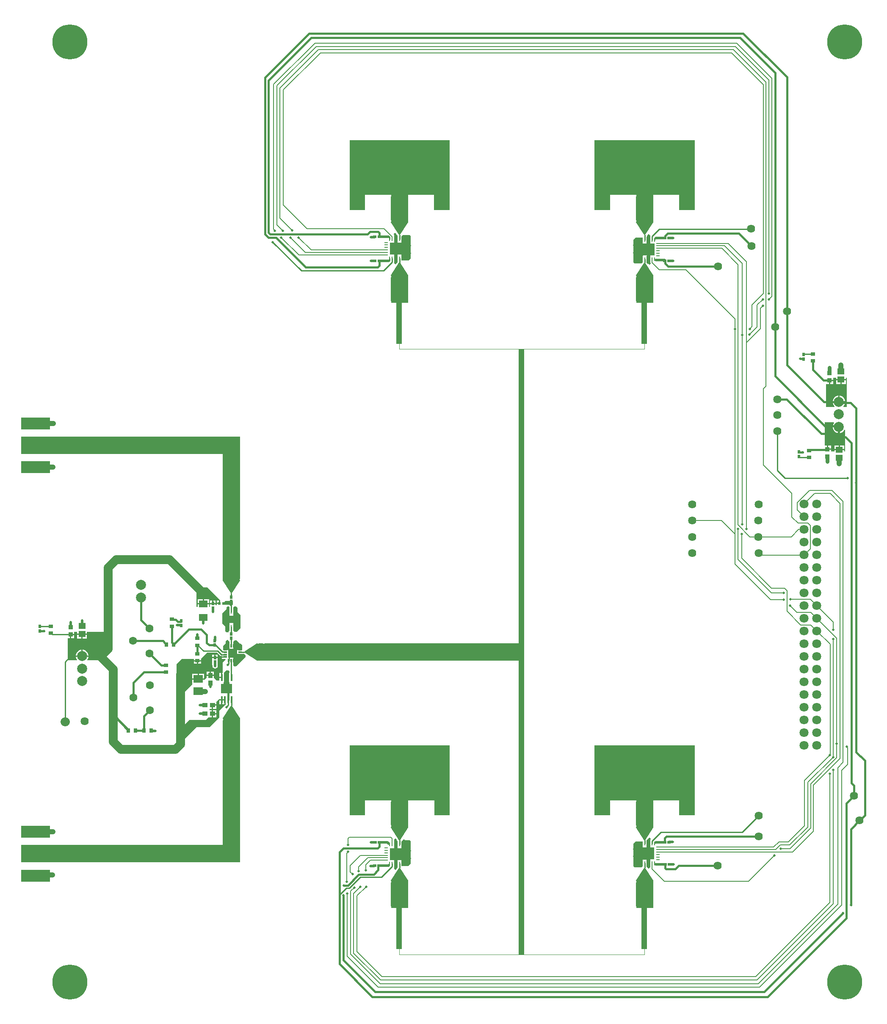
<source format=gtl>
G04*
G04 #@! TF.GenerationSoftware,Altium Limited,Altium Designer,23.2.1 (34)*
G04*
G04 Layer_Physical_Order=1*
G04 Layer_Color=255*
%FSLAX25Y25*%
%MOIN*%
G70*
G04*
G04 #@! TF.SameCoordinates,CA660C8E-C53F-4193-A26E-31EAB45B7BEE*
G04*
G04*
G04 #@! TF.FilePolarity,Positive*
G04*
G01*
G75*
%ADD12C,0.01000*%
%ADD15R,0.13610X0.01575*%
%ADD16R,0.03291X0.13610*%
%ADD17R,0.03543X0.02756*%
%ADD18R,0.01968X0.02756*%
%ADD19R,0.13610X0.01992*%
%ADD20R,0.09646X0.09646*%
%ADD21R,0.03150X0.00984*%
%ADD22R,0.00984X0.03150*%
%ADD23R,0.02598X0.02441*%
%ADD24R,0.13610X0.01968*%
%ADD25R,0.01100X0.01000*%
%ADD26R,0.01968X0.13610*%
%ADD27R,0.01000X0.01100*%
%ADD28R,0.05733X0.04940*%
%ADD29R,0.03591X0.03772*%
%ADD30R,0.23000X0.09000*%
%ADD31R,0.23000X0.09500*%
%ADD32R,0.02441X0.02598*%
%ADD33R,0.02756X0.03543*%
%ADD34R,0.01772X0.05315*%
%ADD35R,0.08898X0.07205*%
%ADD36R,0.05709X0.05709*%
%ADD37R,0.02559X0.00984*%
%ADD38R,0.00984X0.02559*%
%ADD39R,0.01181X0.02953*%
%ADD40R,0.02953X0.01181*%
%ADD41R,0.06890X0.06890*%
%ADD42R,0.07087X0.05315*%
%ADD43R,0.07284X0.06496*%
%ADD44R,0.03740X0.03937*%
%ADD45R,0.03937X0.03740*%
%ADD46R,0.02423X0.02254*%
%ADD77C,0.01500*%
%ADD78C,0.00700*%
%ADD79C,0.02000*%
%ADD80C,0.01100*%
%ADD81C,0.04000*%
%ADD82C,0.07000*%
%ADD83C,0.03000*%
%ADD84C,0.27559*%
%ADD85C,0.07087*%
%ADD86C,0.06400*%
%ADD87C,0.07874*%
%ADD88C,0.06299*%
%ADD89C,0.01968*%
G36*
X721768Y667679D02*
X709621D01*
Y679545D01*
X655174D01*
Y667679D01*
X643027D01*
Y722797D01*
X721768D01*
Y667679D01*
D02*
G37*
G36*
X528854D02*
X516708D01*
Y679545D01*
X462261D01*
Y667679D01*
X450114D01*
Y722797D01*
X528854D01*
Y667679D01*
D02*
G37*
G36*
X689171Y660078D02*
X688817Y659724D01*
X675956Y659724D01*
X675602Y660078D01*
X675603Y678504D01*
X689171D01*
X689171Y660078D01*
D02*
G37*
G36*
X496257D02*
X495904Y659724D01*
X483042Y659724D01*
X482689Y660078D01*
X482690Y678504D01*
X496257D01*
X496257Y660078D01*
D02*
G37*
G36*
X689190Y658130D02*
X682934Y648287D01*
X681839D01*
X675583Y658130D01*
Y658327D01*
X689190D01*
Y658130D01*
D02*
G37*
G36*
X496276D02*
X490020Y648287D01*
X488925D01*
X482669Y658130D01*
Y658327D01*
X496276D01*
Y658130D01*
D02*
G37*
G36*
X686878Y647583D02*
Y646735D01*
X686865D01*
Y641585D01*
X686878D01*
Y640988D01*
X684401D01*
X683943Y641488D01*
X683943Y641585D01*
X683943Y641973D01*
Y646735D01*
X683943Y646735D01*
X683943D01*
X683943Y646735D01*
X684102Y647169D01*
X685008Y648075D01*
X686386D01*
X686878Y647583D01*
D02*
G37*
G36*
X487922Y647684D02*
Y646591D01*
X487992D01*
Y642678D01*
X487992Y642268D01*
X487992Y641768D01*
X487989Y641693D01*
X485055D01*
Y642268D01*
X485071D01*
Y647417D01*
X485055D01*
Y648189D01*
X485547Y648681D01*
X486925D01*
X487922Y647684D01*
D02*
G37*
G36*
X498343Y647205D02*
Y629783D01*
X496571Y628012D01*
X490976D01*
Y632260D01*
X490976D01*
X490862Y632441D01*
Y632835D01*
X490862D01*
Y641693D01*
X490862D01*
Y641768D01*
X490976Y642268D01*
X490976Y642268D01*
Y646591D01*
X491022D01*
Y647168D01*
X491945Y648091D01*
X497457D01*
X498343Y647205D01*
D02*
G37*
G36*
X487841Y632697D02*
X487992Y632260D01*
X487992Y632260D01*
X487992Y632260D01*
Y627910D01*
X487922D01*
Y626844D01*
X486925Y625846D01*
X485547D01*
X485055Y626339D01*
Y627110D01*
X485071D01*
Y632260D01*
X485055D01*
Y632835D01*
X487751D01*
X487841Y632697D01*
D02*
G37*
G36*
X680959Y641585D02*
X680959D01*
X681071Y641480D01*
Y640988D01*
X681071D01*
Y632119D01*
X681071D01*
Y632077D01*
X680959Y631577D01*
X680959D01*
Y627879D01*
X680837D01*
Y626679D01*
X679989Y625831D01*
X674477D01*
X673591Y626717D01*
Y644138D01*
X675363Y645910D01*
X680959D01*
Y641585D01*
D02*
G37*
G36*
X686878Y631577D02*
X686865D01*
Y626428D01*
X686878D01*
Y625732D01*
X686386Y625240D01*
X685008D01*
X684275Y625974D01*
X683943Y626495D01*
Y631577D01*
X683943Y631577D01*
X683943Y631577D01*
X684104Y632011D01*
X684182Y632130D01*
X686878D01*
Y631577D01*
D02*
G37*
G36*
X496276Y616370D02*
Y616173D01*
X482669D01*
Y616370D01*
X488925Y626213D01*
X490020D01*
X496276Y616370D01*
D02*
G37*
G36*
X689190Y616340D02*
Y616143D01*
X675584D01*
Y616340D01*
X681840Y626183D01*
X682934D01*
X689190Y616340D01*
D02*
G37*
G36*
X689171Y596298D02*
X688817Y595945D01*
X675956Y595945D01*
X675602Y596298D01*
X675603Y614724D01*
X689171D01*
X689171Y596298D01*
D02*
G37*
G36*
X496257D02*
X495904Y595945D01*
X483042Y595945D01*
X482689Y596298D01*
X482690Y614724D01*
X496257D01*
X496257Y596298D01*
D02*
G37*
G36*
X684120Y562484D02*
X682594D01*
Y557882D01*
X587663D01*
Y81799D01*
X682183D01*
Y85990D01*
X679829D01*
Y118349D01*
X684120D01*
Y85990D01*
X682594D01*
Y81387D01*
X489269D01*
Y85990D01*
X486916D01*
Y118349D01*
X491207D01*
Y85990D01*
X489681D01*
Y81799D01*
X583373D01*
Y313035D01*
X383362D01*
Y326646D01*
X583373D01*
Y557882D01*
X489269D01*
Y562484D01*
X486916D01*
Y594846D01*
X491207D01*
Y562484D01*
X489681D01*
Y558295D01*
X682183D01*
Y562484D01*
X679829D01*
Y594846D01*
X684120D01*
Y562484D01*
D02*
G37*
G36*
X841472Y512602D02*
X838925D01*
X838718Y513102D01*
X839321Y513705D01*
X839971Y514831D01*
X840307Y516086D01*
Y516236D01*
X835370D01*
X830433D01*
Y516086D01*
X830770Y514831D01*
X831419Y513705D01*
X832022Y513102D01*
X831815Y512602D01*
X825331D01*
Y530716D01*
X827523D01*
Y533602D01*
X828023D01*
Y534102D01*
X830818D01*
Y535634D01*
X833066D01*
Y534706D01*
X836933D01*
X840800D01*
Y535634D01*
X841472D01*
Y512602D01*
D02*
G37*
G36*
X831470Y500133D02*
X831419Y500083D01*
X830770Y498957D01*
X830433Y497701D01*
Y497551D01*
X835370D01*
Y497051D01*
X835870D01*
Y492114D01*
X836020D01*
X837276Y492451D01*
X838402Y493101D01*
X839321Y494020D01*
X839693Y494665D01*
X840193Y494531D01*
Y477563D01*
X839532D01*
Y478539D01*
X835665D01*
X831799D01*
Y477563D01*
X829111D01*
Y478941D01*
X826315D01*
Y479441D01*
X825815D01*
Y482327D01*
X824051D01*
Y500595D01*
X831278D01*
X831470Y500133D01*
D02*
G37*
G36*
X363819Y377465D02*
X350209D01*
Y475724D01*
X191571D01*
Y489335D01*
X363819D01*
Y377465D01*
D02*
G37*
G36*
X363811Y376070D02*
X357555Y366228D01*
X356461D01*
X350205Y376070D01*
Y376267D01*
X363811D01*
Y376070D01*
D02*
G37*
G36*
X348219Y360720D02*
X348133Y360513D01*
Y358131D01*
X347633D01*
Y357631D01*
X345422D01*
Y356531D01*
X344628D01*
Y357463D01*
X340187D01*
Y355410D01*
X340096Y355319D01*
X339551D01*
Y357344D01*
X330465D01*
Y355319D01*
X329957D01*
X329608Y355668D01*
Y366531D01*
X333808Y370731D01*
X338208D01*
X348219Y360720D01*
D02*
G37*
G36*
X358208Y357431D02*
X357508Y356731D01*
Y355931D01*
X356970Y355393D01*
X356508Y355584D01*
Y355933D01*
X355449Y356992D01*
X351847D01*
X351508Y357331D01*
Y359154D01*
X352299Y359945D01*
X358208D01*
Y357431D01*
D02*
G37*
G36*
X362043Y354532D02*
Y351284D01*
X364307Y349020D01*
Y338784D01*
X361059Y335535D01*
X359681D01*
X359228Y335988D01*
Y336362D01*
X358854D01*
X358598Y336618D01*
Y342819D01*
X355547D01*
Y341965D01*
X355511D01*
Y337406D01*
X355547D01*
Y336520D01*
X355390Y336362D01*
X354787D01*
Y335760D01*
X354465Y335437D01*
X353087D01*
X352201Y336323D01*
Y339866D01*
X349839Y342228D01*
Y350102D01*
X353284Y353547D01*
Y355024D01*
X354071Y355811D01*
X355188D01*
X355506Y355492D01*
X355547Y355288D01*
Y353776D01*
X355511D01*
Y349217D01*
X355547D01*
Y348528D01*
X358500D01*
Y355122D01*
X359189Y355811D01*
X360764D01*
X362043Y354532D01*
D02*
G37*
G36*
X258500Y313291D02*
X243835D01*
X243578Y313791D01*
X244108Y314710D01*
X244445Y315966D01*
Y316116D01*
X239508D01*
X234571D01*
Y315966D01*
X234907Y314710D01*
X235438Y313791D01*
X235180Y313291D01*
X228284D01*
Y330771D01*
X229949D01*
Y333658D01*
X230449D01*
Y334157D01*
X233244D01*
Y335831D01*
X235637D01*
Y334458D01*
X239504D01*
X243371D01*
Y335831D01*
X258500D01*
Y313291D01*
D02*
G37*
G36*
X348708Y316631D02*
X349605D01*
Y316245D01*
X352081D01*
Y315367D01*
X349605D01*
Y314276D01*
X352300D01*
X352491Y313814D01*
X350308Y311631D01*
Y303379D01*
X349920D01*
Y299722D01*
X349420D01*
Y299222D01*
X347534D01*
Y297231D01*
X345608D01*
X343337Y299501D01*
Y300911D01*
X337597D01*
Y299520D01*
X336024Y297947D01*
X335758Y298057D01*
X326278D01*
Y294401D01*
X319008Y287131D01*
X314008Y292131D01*
Y310331D01*
X318008Y314331D01*
X327517D01*
Y313413D01*
X333061D01*
Y314383D01*
X338008Y319331D01*
X346008D01*
X348708Y316631D01*
D02*
G37*
G36*
X377533Y312999D02*
X377336D01*
X367494Y319255D01*
Y320350D01*
X377336Y326606D01*
X377533D01*
Y312999D01*
D02*
G37*
G36*
X381782Y313039D02*
X379300Y312998D01*
X378554D01*
X378553Y312999D01*
Y326606D01*
X378566Y326622D01*
X380501Y326647D01*
X381782D01*
Y313039D01*
D02*
G37*
G36*
X354787Y328815D02*
Y328299D01*
X355303D01*
X355547Y328055D01*
Y327201D01*
X355412D01*
Y322249D01*
X355547D01*
Y322248D01*
X358402D01*
Y322249D01*
X358593D01*
Y327201D01*
X358402D01*
Y327858D01*
X358842Y328299D01*
X359228D01*
Y328685D01*
X359681Y329138D01*
X360961D01*
X363717Y326382D01*
X364405D01*
X365488Y325299D01*
Y321394D01*
X361416D01*
Y318213D01*
X366369D01*
Y318252D01*
X367122D01*
X368244Y317130D01*
Y315949D01*
X360961Y308665D01*
X358992D01*
X358402Y309256D01*
Y310438D01*
X358593D01*
Y315390D01*
X358402D01*
Y315457D01*
X354563D01*
X354563Y320897D01*
X354563Y321165D01*
X354558Y321394D01*
X354158Y321394D01*
X350626D01*
Y324807D01*
X352594Y326776D01*
Y328449D01*
X353382Y329236D01*
X354366D01*
X354787Y328815D01*
D02*
G37*
G36*
X355449Y304827D02*
Y303379D01*
X355211D01*
Y296064D01*
X355449D01*
Y294394D01*
X351020D01*
Y296064D01*
X351306D01*
Y303271D01*
X351327Y303379D01*
Y303855D01*
X352988Y305516D01*
X354760D01*
X355449Y304827D01*
D02*
G37*
G36*
X363911Y267591D02*
Y267394D01*
X350305D01*
Y267591D01*
X356561Y277434D01*
X357655D01*
X363911Y267591D01*
D02*
G37*
G36*
X347534Y282702D02*
X349420D01*
Y282202D01*
X349920D01*
Y278545D01*
X351479D01*
Y282202D01*
X352479D01*
Y278545D01*
X352622D01*
X352408Y278331D01*
X352165Y278088D01*
X351984Y278013D01*
X351426Y277455D01*
X351351Y277274D01*
X347673Y273596D01*
Y268409D01*
X339995Y260731D01*
X329808D01*
X319008Y249931D01*
Y261331D01*
X324008Y266331D01*
X337008D01*
X339038Y268361D01*
X341661D01*
Y271231D01*
Y274101D01*
X340008D01*
Y275161D01*
X341661D01*
Y278031D01*
X342161D01*
Y278531D01*
X345129D01*
Y280534D01*
X347534Y282939D01*
Y282702D01*
D02*
G37*
G36*
X528862Y191250D02*
X516716D01*
Y203116D01*
X462268D01*
Y191250D01*
X450122D01*
Y246368D01*
X528862D01*
Y191250D01*
D02*
G37*
G36*
X721776Y191250D02*
X709629D01*
Y203116D01*
X655182D01*
Y191250D01*
X643035D01*
Y246368D01*
X721776D01*
Y191250D01*
D02*
G37*
G36*
X496264Y183649D02*
X495911Y183295D01*
X483050Y183295D01*
X482696Y183649D01*
X482697Y202075D01*
X496264D01*
X496264Y183649D01*
D02*
G37*
G36*
X689179Y183649D02*
X688825Y183295D01*
X675964Y183295D01*
X675610Y183649D01*
X675611Y202075D01*
X689178D01*
X689179Y183649D01*
D02*
G37*
G36*
X496282Y181701D02*
X490026Y171858D01*
X488932D01*
X482676Y181701D01*
Y181898D01*
X496282D01*
Y181701D01*
D02*
G37*
G36*
X689197Y181701D02*
X682942Y171858D01*
X681847D01*
X675591Y181701D01*
Y181898D01*
X689197D01*
Y181701D01*
D02*
G37*
G36*
X686835Y172252D02*
Y171542D01*
X686831D01*
Y166393D01*
X686835D01*
Y165756D01*
X684138D01*
X684020Y165938D01*
X683909Y166393D01*
X683910Y166393D01*
X683909Y166393D01*
Y170161D01*
X683944D01*
Y171535D01*
X684273Y172053D01*
X684965Y172744D01*
X686342D01*
X686835Y172252D01*
D02*
G37*
G36*
X487929Y171158D02*
Y170161D01*
X488000D01*
Y165839D01*
X488000Y165839D01*
X488000Y165839D01*
X487849Y165401D01*
X487759Y165264D01*
X485063D01*
Y165839D01*
X485079D01*
Y170988D01*
X485063D01*
Y171661D01*
X485555Y172153D01*
X486933D01*
X487929Y171158D01*
D02*
G37*
G36*
X363913Y154276D02*
X191571D01*
Y167886D01*
X350303D01*
Y266146D01*
X363913D01*
Y154276D01*
D02*
G37*
G36*
X498350Y170677D02*
Y153256D01*
X496579Y151484D01*
X490984D01*
Y155831D01*
X490984D01*
X490870Y155913D01*
Y156405D01*
X490870D01*
Y165275D01*
X490870D01*
Y165339D01*
X490984Y165839D01*
X490984D01*
Y170161D01*
X491029D01*
Y170639D01*
X491953Y171563D01*
X497465D01*
X498350Y170677D01*
D02*
G37*
G36*
X680844Y170161D02*
X680925D01*
Y166393D01*
X680925D01*
X681028Y166150D01*
Y165756D01*
X681028D01*
Y156996D01*
X686835D01*
Y156385D01*
X686831D01*
Y151235D01*
X686835D01*
Y150402D01*
X686342Y149909D01*
X684965D01*
X683943Y150932D01*
Y151480D01*
X683909D01*
Y156385D01*
X683882D01*
Y156405D01*
X681028D01*
Y156385D01*
X680925D01*
Y151480D01*
X680925Y151480D01*
X680842D01*
Y151398D01*
X679945Y150500D01*
X674433D01*
X673547Y151386D01*
Y168807D01*
X675319Y170579D01*
X680844D01*
Y170161D01*
D02*
G37*
G36*
X488000Y156331D02*
X488000Y155831D01*
X488000Y155420D01*
Y151479D01*
X487929D01*
Y150315D01*
X486933Y149319D01*
X485555D01*
X485063Y149811D01*
Y150681D01*
X485079D01*
Y155831D01*
X485063D01*
Y156405D01*
X487997D01*
X488000Y156331D01*
D02*
G37*
G36*
X689196Y139941D02*
Y139744D01*
X675589D01*
Y139941D01*
X681845Y149784D01*
X682940D01*
X689196Y139941D01*
D02*
G37*
G36*
X496282Y139939D02*
Y139743D01*
X482676D01*
Y139939D01*
X488932Y149782D01*
X490026D01*
X496282Y139939D01*
D02*
G37*
G36*
X689164Y119869D02*
X688811Y119515D01*
X675950Y119515D01*
X675596Y119869D01*
X675597Y138294D01*
X689164D01*
X689164Y119869D01*
D02*
G37*
G36*
X496264D02*
X495911Y119515D01*
X483050Y119515D01*
X482696Y119869D01*
X482697Y138294D01*
X496264D01*
X496264Y119869D01*
D02*
G37*
%LPC*%
G36*
X840800Y533706D02*
X837433D01*
Y530736D01*
X840800D01*
Y533706D01*
D02*
G37*
G36*
X836433D02*
X833066D01*
Y530736D01*
X836433D01*
Y533706D01*
D02*
G37*
G36*
X830818Y533102D02*
X828523D01*
Y530716D01*
X830818D01*
Y533102D01*
D02*
G37*
G36*
X836020Y521673D02*
X835870D01*
Y517236D01*
X840307D01*
Y517386D01*
X839971Y518642D01*
X839321Y519768D01*
X838402Y520687D01*
X837276Y521337D01*
X836020Y521673D01*
D02*
G37*
G36*
X834870D02*
X834720D01*
X833465Y521337D01*
X832339Y520687D01*
X831419Y519768D01*
X830770Y518642D01*
X830433Y517386D01*
Y517236D01*
X834870D01*
Y521673D01*
D02*
G37*
G36*
Y496551D02*
X830433D01*
Y496401D01*
X830770Y495146D01*
X831419Y494020D01*
X832339Y493101D01*
X833465Y492451D01*
X834720Y492114D01*
X834870D01*
Y496551D01*
D02*
G37*
G36*
X829111Y482327D02*
X826815D01*
Y479941D01*
X829111D01*
Y482327D01*
D02*
G37*
G36*
X839532Y482509D02*
X836165D01*
Y479539D01*
X839532D01*
Y482509D01*
D02*
G37*
G36*
X835165D02*
X831799D01*
Y479539D01*
X835165D01*
Y482509D01*
D02*
G37*
G36*
X347133Y360258D02*
X345422D01*
Y358631D01*
X347133D01*
Y360258D01*
D02*
G37*
G36*
X344628Y360262D02*
X342908D01*
Y358463D01*
X344628D01*
Y360262D01*
D02*
G37*
G36*
X341908D02*
X340187D01*
Y358463D01*
X341908D01*
Y360262D01*
D02*
G37*
G36*
X339551Y361502D02*
X335508D01*
Y358344D01*
X339551D01*
Y361502D01*
D02*
G37*
G36*
X334508D02*
X330465D01*
Y358344D01*
X334508D01*
Y361502D01*
D02*
G37*
G36*
X233244Y333157D02*
X230949D01*
Y330771D01*
X233244D01*
Y333157D01*
D02*
G37*
G36*
X243371Y333458D02*
X240004D01*
Y330488D01*
X243371D01*
Y333458D01*
D02*
G37*
G36*
X239004D02*
X235637D01*
Y330488D01*
X239004D01*
Y333458D01*
D02*
G37*
G36*
X240158Y321553D02*
X240008D01*
Y317116D01*
X244445D01*
Y317266D01*
X244108Y318521D01*
X243459Y319647D01*
X242539Y320566D01*
X241413Y321216D01*
X240158Y321553D01*
D02*
G37*
G36*
X239008D02*
X238858D01*
X237602Y321216D01*
X236476Y320566D01*
X235557Y319647D01*
X234907Y318521D01*
X234571Y317266D01*
Y317116D01*
X239008D01*
Y321553D01*
D02*
G37*
G36*
X346329Y317733D02*
X344609D01*
Y315934D01*
X346329D01*
Y317733D01*
D02*
G37*
G36*
X343609D02*
X341889D01*
Y315934D01*
X343609D01*
Y317733D01*
D02*
G37*
G36*
X333061Y312413D02*
X330789D01*
Y310535D01*
X333061D01*
Y312413D01*
D02*
G37*
G36*
X329789D02*
X327517D01*
Y310535D01*
X329789D01*
Y312413D01*
D02*
G37*
G36*
X346329Y314934D02*
X341889D01*
Y313135D01*
Y309670D01*
X341888D01*
X342252Y309170D01*
X342185Y308831D01*
X342339Y308056D01*
X342777Y307400D01*
X343434Y306962D01*
X344208Y306808D01*
X344982Y306962D01*
X345638Y307400D01*
X346077Y308056D01*
X346231Y308831D01*
X346164Y309170D01*
X346329Y309670D01*
X346329D01*
Y313135D01*
Y314934D01*
D02*
G37*
G36*
X343337Y304379D02*
X340967D01*
Y301911D01*
X343337D01*
Y304379D01*
D02*
G37*
G36*
X339967D02*
X337597D01*
Y301911D01*
X339967D01*
Y304379D01*
D02*
G37*
G36*
X348920Y303379D02*
X347534D01*
Y300222D01*
X348920D01*
Y303379D01*
D02*
G37*
G36*
X335562Y302805D02*
X331420D01*
Y299057D01*
X335562D01*
Y302805D01*
D02*
G37*
G36*
X330420D02*
X326278D01*
Y299057D01*
X330420D01*
Y302805D01*
D02*
G37*
G36*
X348920Y281702D02*
X347534D01*
Y278545D01*
X348920D01*
Y281702D01*
D02*
G37*
G36*
X345129Y277531D02*
X342661D01*
Y275161D01*
X345129D01*
Y277531D01*
D02*
G37*
G36*
Y274101D02*
X342661D01*
Y271731D01*
X345129D01*
Y274101D01*
D02*
G37*
G36*
Y270731D02*
X342661D01*
Y268361D01*
X345129D01*
Y270731D01*
D02*
G37*
%LPD*%
D12*
X787008Y462831D02*
X793039Y456800D01*
X842100D01*
X693760Y652563D02*
X766366D01*
X688357Y647160D02*
X693760Y652563D01*
X412061Y620002D02*
X477046D01*
X389681Y642382D02*
X412061Y620002D01*
X682387Y626409D02*
Y627863D01*
X682451Y627927D01*
Y629002D01*
Y644160D02*
Y645227D01*
X682386Y645292D02*
Y648091D01*
Y645292D02*
X682451Y645227D01*
X690317Y644168D02*
Y645683D01*
Y644168D02*
X690325Y644160D01*
X688357D02*
Y647160D01*
X481618Y627807D02*
Y629677D01*
X483579Y626535D02*
Y629685D01*
X489472Y626409D02*
Y628606D01*
X489484Y628618D01*
Y629685D01*
X477046Y620002D02*
X483579Y626535D01*
X481509Y646710D02*
X481602Y646617D01*
Y644850D02*
X481610Y644842D01*
X489472Y645921D02*
Y648091D01*
Y645921D02*
X489484Y645910D01*
Y644842D02*
Y645910D01*
X481610Y629685D02*
X481618Y629677D01*
X481602Y644850D02*
Y646617D01*
X695201Y177961D02*
X759209D01*
X772224Y190976D01*
X682394Y170057D02*
X682417Y170034D01*
X688323Y168967D02*
X688331Y168975D01*
X682417Y168967D02*
Y170034D01*
X682393Y149980D02*
Y152718D01*
X682417Y152743D01*
Y153810D01*
X688331Y171091D02*
X695201Y177961D01*
X690299Y170399D02*
X690423Y170523D01*
X688331Y168975D02*
Y171091D01*
X690299Y152296D02*
X690380Y152215D01*
X690291Y153810D02*
X690299Y153802D01*
X690291Y168967D02*
X690299Y168975D01*
Y170399D01*
Y152296D02*
Y153802D01*
X682394Y170057D02*
Y171661D01*
X442150Y128650D02*
X447661Y134161D01*
X491559Y169579D02*
Y169816D01*
X491461Y168413D02*
Y169480D01*
X491559Y169579D01*
X489479Y152176D02*
X489492Y152189D01*
X489479Y149979D02*
Y152176D01*
X489492Y152189D02*
Y153256D01*
X447661Y134161D02*
X449728D01*
X458390Y142823D01*
X492996Y171253D02*
Y171515D01*
X489479Y171501D02*
Y171661D01*
Y171501D02*
X489492Y171488D01*
X489479Y171661D02*
Y171858D01*
X458390Y142823D02*
X475319D01*
X483579Y151083D01*
Y153248D01*
X489492Y168413D02*
Y171488D01*
X491559Y169816D02*
X492996Y171253D01*
X483579Y153248D02*
X483587Y153256D01*
X787008Y462831D02*
Y493631D01*
X214799Y339965D02*
X214898Y340063D01*
X206335Y339965D02*
X214799D01*
X206236Y339866D02*
X206335Y339965D01*
X214898Y334551D02*
X215291D01*
X216185Y333658D02*
X230449D01*
X215291Y334551D02*
X216185Y333658D01*
X807811Y554236D02*
X814602D01*
X807614Y554039D02*
X807811Y554236D01*
X814602D02*
X814799Y554433D01*
X804008Y473459D02*
X804492Y472975D01*
X811908D01*
X804008Y473459D02*
Y473659D01*
X225908Y265031D02*
X226208Y265331D01*
X239493Y316631D02*
X239508Y316616D01*
X230708Y316631D02*
X239493D01*
X226208Y265331D02*
Y312131D01*
X230708Y316631D01*
X349420Y282202D02*
X351979D01*
X349203Y317835D02*
X352081D01*
X346308Y320731D02*
X349203Y317835D01*
X335069Y320731D02*
X346308D01*
X330683Y325117D02*
X335069Y320731D01*
X330289Y325117D02*
X330683D01*
X344011Y325257D02*
X344482D01*
X349844Y319894D01*
X351991D01*
X352081Y319804D01*
D15*
X489475Y595437D02*
D03*
X682388D02*
D03*
X489475Y118941D02*
D03*
X682388D02*
D03*
D16*
X382110Y319843D02*
D03*
D17*
X310200Y340044D02*
D03*
Y345556D02*
D03*
X814799Y554433D02*
D03*
Y548921D02*
D03*
X811908Y478487D02*
D03*
Y472975D02*
D03*
X214898Y334551D02*
D03*
Y340063D02*
D03*
X305708Y309387D02*
D03*
Y303875D02*
D03*
X330289Y312913D02*
D03*
Y318425D02*
D03*
Y325117D02*
D03*
Y330629D02*
D03*
D18*
X317400Y344372D02*
D03*
Y340828D02*
D03*
X807614Y554039D02*
D03*
Y550496D02*
D03*
X804008Y473659D02*
D03*
Y477202D02*
D03*
X206236Y339866D02*
D03*
Y336323D02*
D03*
D19*
X682406Y202665D02*
D03*
X489492Y202665D02*
D03*
X682398Y679095D02*
D03*
X489484D02*
D03*
D20*
X486531Y637264D02*
D03*
X685404Y636581D02*
D03*
X685370Y161389D02*
D03*
X486539Y160835D02*
D03*
D21*
X478953Y632342D02*
D03*
Y634311D02*
D03*
Y636279D02*
D03*
Y638248D02*
D03*
Y640217D02*
D03*
Y642185D02*
D03*
X494110D02*
D03*
Y640217D02*
D03*
Y638248D02*
D03*
Y636279D02*
D03*
Y634311D02*
D03*
Y632342D02*
D03*
X692983Y641502D02*
D03*
Y639534D02*
D03*
Y637565D02*
D03*
Y635597D02*
D03*
Y633628D02*
D03*
Y631660D02*
D03*
X677825D02*
D03*
Y633628D02*
D03*
Y635597D02*
D03*
Y637565D02*
D03*
Y639534D02*
D03*
Y641502D02*
D03*
X677791Y166310D02*
D03*
Y164341D02*
D03*
Y162373D02*
D03*
Y160404D02*
D03*
Y158436D02*
D03*
Y156467D02*
D03*
X692949D02*
D03*
Y158436D02*
D03*
Y160404D02*
D03*
Y162373D02*
D03*
Y164341D02*
D03*
Y166310D02*
D03*
X478961Y155913D02*
D03*
Y157882D02*
D03*
Y159850D02*
D03*
Y161819D02*
D03*
Y163787D02*
D03*
Y165756D02*
D03*
X494118D02*
D03*
Y163787D02*
D03*
Y161819D02*
D03*
Y159850D02*
D03*
Y157882D02*
D03*
Y155913D02*
D03*
D22*
X481610Y644842D02*
D03*
X483579D02*
D03*
X485547D02*
D03*
X487516D02*
D03*
X489484D02*
D03*
X491453D02*
D03*
Y629685D02*
D03*
X489484D02*
D03*
X487516D02*
D03*
X485547D02*
D03*
X483579D02*
D03*
X481610D02*
D03*
X690325Y629002D02*
D03*
X688357D02*
D03*
X686388D02*
D03*
X684420D02*
D03*
X682451D02*
D03*
X680483D02*
D03*
Y644160D02*
D03*
X682451D02*
D03*
X684420D02*
D03*
X686388D02*
D03*
X688357D02*
D03*
X690325D02*
D03*
X690291Y168967D02*
D03*
X688323D02*
D03*
X686354D02*
D03*
X684386D02*
D03*
X682417D02*
D03*
X680449D02*
D03*
Y153810D02*
D03*
X682417D02*
D03*
X684386D02*
D03*
X686354D02*
D03*
X688323D02*
D03*
X690291D02*
D03*
X481618Y168413D02*
D03*
X483587D02*
D03*
X485555D02*
D03*
X487524D02*
D03*
X489492D02*
D03*
X491461D02*
D03*
Y153256D02*
D03*
X489492D02*
D03*
X487524D02*
D03*
X485555D02*
D03*
X483587D02*
D03*
X481618D02*
D03*
D23*
X469976Y627716D02*
D03*
X473441D02*
D03*
X469976Y646614D02*
D03*
X473441D02*
D03*
X698087Y645532D02*
D03*
X701551D02*
D03*
X698087Y627815D02*
D03*
X701551D02*
D03*
X701559Y170185D02*
D03*
X698095D02*
D03*
X701894Y152665D02*
D03*
X698429D02*
D03*
X473252Y151681D02*
D03*
X469787D02*
D03*
X473646Y170087D02*
D03*
X470181D02*
D03*
D24*
X489472Y615386D02*
D03*
X682387Y615356D02*
D03*
X489472Y659114D02*
D03*
X682386D02*
D03*
X682393Y138957D02*
D03*
X682394Y182685D02*
D03*
X489479Y138955D02*
D03*
X489479Y182685D02*
D03*
X357108Y266607D02*
D03*
X357008Y377054D02*
D03*
D25*
X489472Y626409D02*
D03*
X682387Y626379D02*
D03*
X489472Y648091D02*
D03*
X682386D02*
D03*
X682393Y149980D02*
D03*
X682394Y171661D02*
D03*
X489479Y149979D02*
D03*
X489479Y171661D02*
D03*
X357108Y277631D02*
D03*
X357008Y366031D02*
D03*
D26*
X378320Y319802D02*
D03*
D27*
X367297D02*
D03*
D28*
X836933Y534206D02*
D03*
Y540708D02*
D03*
X239504Y340460D02*
D03*
Y333958D02*
D03*
X835665Y472537D02*
D03*
Y479039D02*
D03*
D29*
X828023Y539327D02*
D03*
Y533602D02*
D03*
X230449Y333658D02*
D03*
Y339382D02*
D03*
X826315Y479441D02*
D03*
Y473717D02*
D03*
D30*
X203008Y482453D02*
D03*
Y161081D02*
D03*
D31*
Y465203D02*
D03*
Y499703D02*
D03*
Y143831D02*
D03*
Y178331D02*
D03*
D32*
X357008Y363195D02*
D03*
Y359731D02*
D03*
X344109Y315434D02*
D03*
Y311969D02*
D03*
X344011Y325257D02*
D03*
Y328721D02*
D03*
X342408Y357963D02*
D03*
Y354498D02*
D03*
X357008Y330598D02*
D03*
Y334063D02*
D03*
D33*
X311556Y325700D02*
D03*
X306044D02*
D03*
X293808Y257931D02*
D03*
X288296D02*
D03*
X281508Y258031D02*
D03*
X275996D02*
D03*
D34*
X349420Y282202D02*
D03*
X351979D02*
D03*
X354538D02*
D03*
X357097D02*
D03*
X349420Y299722D02*
D03*
X351979D02*
D03*
X354538D02*
D03*
X357097D02*
D03*
D35*
X353259Y290962D02*
D03*
D36*
X357003Y345591D02*
D03*
D37*
X351097Y343583D02*
D03*
Y345591D02*
D03*
Y347599D02*
D03*
X362908D02*
D03*
Y345591D02*
D03*
Y343583D02*
D03*
D38*
X354995Y351497D02*
D03*
X357003D02*
D03*
X359011D02*
D03*
Y339686D02*
D03*
X357003D02*
D03*
X354995D02*
D03*
D39*
X355034Y312914D02*
D03*
X357003D02*
D03*
X358971D02*
D03*
X360940D02*
D03*
Y324725D02*
D03*
X358971D02*
D03*
X357003D02*
D03*
X355034D02*
D03*
D40*
X363893Y315867D02*
D03*
Y317835D02*
D03*
Y319804D02*
D03*
Y321772D02*
D03*
X352081D02*
D03*
Y319804D02*
D03*
Y317835D02*
D03*
Y315867D02*
D03*
D41*
X357987Y318819D02*
D03*
D42*
X335008Y347017D02*
D03*
Y357844D02*
D03*
D43*
X330920Y288911D02*
D03*
Y298557D02*
D03*
D44*
X340467Y301411D02*
D03*
Y295505D02*
D03*
D45*
X342161Y278031D02*
D03*
X336255D02*
D03*
X342161Y271231D02*
D03*
X336255D02*
D03*
D46*
X351008Y358131D02*
D03*
X347633D02*
D03*
D77*
X442150Y74197D02*
Y128650D01*
X445284Y128271D02*
X445296Y128259D01*
Y77476D02*
Y128259D01*
X759905Y806760D02*
X794425Y772240D01*
X757642Y803413D02*
X785272Y775783D01*
Y536913D02*
Y775783D01*
X310494Y345262D02*
X313238D01*
X314756Y343744D02*
X317166D01*
X310200Y345556D02*
X310494Y345262D01*
X313238D02*
X314756Y343744D01*
X317166D02*
X317400Y343978D01*
Y344372D01*
X311556Y325700D02*
Y326094D01*
X310200Y327450D02*
X311556Y326094D01*
X310200Y327450D02*
Y340044D01*
X312184Y326722D02*
X312578D01*
X323456Y337600D01*
X311556Y326094D02*
X312184Y326722D01*
X323456Y337600D02*
X333339D01*
X337708Y333231D01*
X305022Y326722D02*
X305416D01*
X279612Y328531D02*
X303213D01*
X306044Y325700D02*
Y326094D01*
X305416Y326722D02*
X306044Y326094D01*
X303213Y328531D02*
X305022Y326722D01*
X844510Y516061D02*
X848953Y511618D01*
Y241146D02*
Y453131D01*
Y511618D01*
Y241146D02*
X855740Y234358D01*
X794425Y587898D02*
Y772240D01*
X419807Y803413D02*
X757642D01*
X418134Y806760D02*
X759905D01*
X835370Y490831D02*
Y497051D01*
X386138Y769744D02*
X419807Y803413D01*
X383480Y772106D02*
X418134Y806760D01*
X794425Y545772D02*
Y587898D01*
X756610Y649276D02*
X766638Y639248D01*
X785272Y536913D02*
X824326Y497859D01*
X700563Y649276D02*
X756610D01*
X698636Y647348D02*
X700563Y649276D01*
X698165Y645532D02*
X698636Y646002D01*
X698087Y645532D02*
X698165D01*
X698636Y646002D02*
Y647348D01*
X700839Y623347D02*
X740190D01*
X698579Y625606D02*
X700839Y623347D01*
X698087Y627815D02*
X698109D01*
X698579Y627345D01*
Y625606D02*
Y627345D01*
X470280Y52492D02*
X776642D01*
X445296Y77476D02*
X470280Y52492D01*
X467984Y48362D02*
X779193D01*
X442150Y74197D02*
X467984Y48362D01*
X779193D02*
X841280Y110449D01*
X776642Y52492D02*
X838543Y114394D01*
X844874Y150729D02*
Y180496D01*
X844980Y120728D02*
Y150622D01*
X844874Y150729D02*
X844980Y150622D01*
X383480Y648850D02*
X386285Y646045D01*
X386138Y650059D02*
X387417Y648779D01*
X386285Y646045D02*
X392120D01*
X473441Y623878D02*
Y627716D01*
Y646614D02*
Y649771D01*
X387417Y648779D02*
X464189D01*
X466059Y650650D01*
X472562D02*
X473441Y649771D01*
X415463Y622702D02*
X472265D01*
X473441Y623878D01*
X466059Y650650D02*
X472562D01*
X392120Y646045D02*
X415463Y622702D01*
X386138Y650059D02*
Y769744D01*
X383480Y648850D02*
Y772106D01*
X772173Y174614D02*
X772272Y174713D01*
X699433Y174614D02*
X772173D01*
X855740Y191362D02*
Y234358D01*
X851685Y187307D02*
X855740Y191362D01*
X844874Y180496D02*
X851685Y187307D01*
X841280Y117981D02*
Y200760D01*
X847319Y206799D01*
Y214569D01*
X845242Y216646D02*
X847319Y214569D01*
X845242Y216646D02*
X845242Y484300D01*
X841280Y110449D02*
Y115665D01*
X841305Y115690D02*
Y117955D01*
X841280Y117981D02*
X841305Y117955D01*
X841280Y115665D02*
X841305Y115690D01*
X840562Y488980D02*
X845242Y484300D01*
X836249Y488980D02*
X840562D01*
X709311Y151618D02*
X739858D01*
X706642Y148949D02*
X709311Y151618D01*
X698429Y149828D02*
Y152665D01*
Y149828D02*
X699308Y148949D01*
X706642D01*
X698095Y170185D02*
Y173276D01*
X699433Y174614D01*
X442150Y128650D02*
Y162213D01*
X445201Y165264D02*
X472071D01*
X442150Y162213D02*
X445201Y165264D01*
X448829Y136092D02*
X457362Y144625D01*
X445595Y136031D02*
X445655Y136092D01*
X448829D01*
X473646Y166839D02*
Y170087D01*
X472071Y165264D02*
X473646Y166839D01*
X472703Y151211D02*
X473173Y151681D01*
X473252D01*
X457362Y144625D02*
X469079D01*
X472703Y148249D02*
Y151211D01*
X469079Y144625D02*
X472703Y148249D01*
X835370Y489859D02*
Y490831D01*
X834670Y491531D02*
X835370Y490831D01*
X821408Y491531D02*
X834670D01*
X794108Y518831D02*
X821408Y491531D01*
X787008Y518831D02*
X794108D01*
X206236Y336323D02*
X206290Y336377D01*
X209654D01*
X209708Y336431D01*
X804875Y550563D02*
X807547D01*
X804808Y550631D02*
X804875Y550563D01*
X807547D02*
X807614Y550496D01*
X814799Y542039D02*
Y548921D01*
Y542039D02*
X823236Y533602D01*
X828023D01*
X804044Y477167D02*
X806772D01*
X804008Y477202D02*
X804044Y477167D01*
X806772D02*
X806808Y477131D01*
X825838Y478964D02*
X826315Y479441D01*
X812385Y478964D02*
X825838D01*
X811908Y478487D02*
X812385Y478964D01*
X826315Y479441D02*
X826315Y479441D01*
X826315Y479441D02*
X826315D01*
X794425Y545772D02*
X823461Y516736D01*
X739760Y151716D02*
X739858Y151618D01*
X824326Y497859D02*
X834562D01*
X835370Y497051D01*
X835370D01*
X836045Y516061D02*
X844510D01*
X835370Y516736D02*
X836045Y516061D01*
X835370Y489859D02*
X836249Y488980D01*
X823461Y516736D02*
X835370D01*
X354538Y282202D02*
Y289683D01*
X353259Y290962D02*
X354538Y289683D01*
X281558Y257981D02*
X288246D01*
X281508Y258031D02*
X281558Y257981D01*
X288246D02*
X288296Y257931D01*
Y269380D02*
X293004Y274088D01*
X288296Y257931D02*
Y269380D01*
X280012Y283931D02*
Y295535D01*
X288352Y303875D02*
X305708D01*
X280012Y295535D02*
X288352Y303875D01*
X292604Y318688D02*
X301905Y309387D01*
X305708D01*
X330289Y318425D02*
Y325117D01*
X337708Y327031D02*
X339482Y325257D01*
X344011D01*
X337708Y327031D02*
Y333231D01*
X286008Y344969D02*
X292604Y338373D01*
X286008Y344969D02*
Y362831D01*
D78*
X448350Y80354D02*
Y129831D01*
X450963Y81867D02*
Y131656D01*
X453298Y82761D02*
Y129857D01*
X456028Y83898D02*
Y128059D01*
X754787Y799083D02*
X782614Y771256D01*
X753803Y796524D02*
X780280Y770047D01*
Y601984D02*
Y770047D01*
X752373Y793965D02*
X777850Y768487D01*
X750752Y791504D02*
X775815Y766441D01*
X753563Y573890D02*
X753677Y574004D01*
X753563Y574118D02*
Y581992D01*
X714866Y620689D02*
X753563Y581992D01*
X748049Y641502D02*
X762513Y627038D01*
Y563477D02*
Y627038D01*
X745303Y639534D02*
X759216Y625621D01*
X743098Y637565D02*
X755897Y624766D01*
X795700Y170500D02*
X808346Y183147D01*
X788150Y170500D02*
X795700D01*
X783959Y166310D02*
X788150Y170500D01*
X785534Y164341D02*
X789093Y167900D01*
X796700D01*
X810870Y182070D01*
X796884Y164984D02*
X813165Y181265D01*
X789667Y164984D02*
X796884D01*
X692949Y162373D02*
X798873D01*
X815256Y178756D01*
X794425Y352071D02*
Y368075D01*
X782319Y370087D02*
X792413D01*
X794425Y368075D01*
X755897Y392689D02*
X782232Y366354D01*
X791854D01*
X781508Y361000D02*
X791800D01*
X753563Y388945D02*
X781508Y361000D01*
X753563Y412600D02*
Y573890D01*
Y388945D02*
Y412600D01*
X742843Y423320D02*
X753563Y412600D01*
X720000Y423320D02*
X742843D01*
X753563Y574118D02*
X753677Y574004D01*
X782614Y599691D02*
Y771256D01*
X422760Y799083D02*
X754787D01*
X425516Y793965D02*
X752373D01*
X423744Y796524D02*
X753803D01*
X427189Y791504D02*
X750752D01*
X775815Y601866D02*
Y766441D01*
X777850Y529060D02*
Y768487D01*
X398047Y762362D02*
X427189Y791504D01*
X395291Y763740D02*
X425516Y793965D01*
X393028Y765807D02*
X423744Y796524D01*
X390272Y766595D02*
X422760Y799083D01*
X755897Y419914D02*
X765297Y410514D01*
X797891D01*
X803641Y416264D01*
X765059Y574146D02*
X766965Y576051D01*
Y593016D01*
X770902Y592881D02*
X775516Y597496D01*
X770902Y575622D02*
Y592881D01*
X764850Y569571D02*
X770902Y575622D01*
X759216Y569425D02*
Y625621D01*
X762513Y563477D02*
X773500Y574465D01*
X759079Y420354D02*
X759148Y420423D01*
Y569356D01*
X759216Y569425D01*
X762513Y416599D02*
Y563477D01*
X755897Y392689D02*
Y416613D01*
X758760Y393646D02*
X782319Y370087D01*
X758760Y393646D02*
Y412811D01*
X755897Y419914D02*
Y624766D01*
X693866Y620689D02*
X714866D01*
X798308Y426141D02*
Y444791D01*
X775921Y467177D02*
Y527131D01*
Y467177D02*
X798308Y444791D01*
X766965Y593016D02*
X775815Y601866D01*
X773500Y590512D02*
X775398Y592410D01*
X773500Y574465D02*
Y590512D01*
X780185Y597261D02*
X782614Y599691D01*
X775921Y527131D02*
X777850Y529060D01*
X688357Y626198D02*
X693866Y620689D01*
X688357Y626198D02*
Y629002D01*
X828382Y238807D02*
Y325929D01*
X456028Y83898D02*
X475550Y64376D01*
X769765D01*
X474256Y58575D02*
X771752D01*
X474409Y61650D02*
X770819D01*
X450963Y81867D02*
X474256Y58575D01*
X453298Y82761D02*
X474409Y61650D01*
X448350Y80354D02*
X472663Y56041D01*
X772872D01*
X837638Y120807D01*
X769765Y64376D02*
X828189Y122799D01*
X771752Y58575D02*
X834488Y121311D01*
X770819Y61650D02*
X830811Y121642D01*
X808346Y183147D02*
Y218845D01*
X828308Y238807D01*
X810870Y217236D02*
X830744Y237110D01*
X810870Y182070D02*
Y217236D01*
X813165Y181265D02*
Y216185D01*
X833697Y236717D01*
X815256Y215028D02*
X836256Y236028D01*
X815256Y178756D02*
Y215028D01*
X391059Y651514D02*
Y651771D01*
X398047Y671543D02*
X416588Y653002D01*
X395291Y661299D02*
X404988Y651602D01*
X416588Y653002D02*
X477126D01*
X409988Y646045D02*
X419754Y636279D01*
X396374Y646024D02*
X410055Y632342D01*
X403388Y646002D02*
X415079Y634311D01*
X395291Y661299D02*
Y763740D01*
X390272Y652558D02*
X391059Y651771D01*
X393028Y655974D02*
X397488Y651514D01*
X398047Y671543D02*
Y762362D01*
X419754Y636279D02*
X478953D01*
X415079Y634311D02*
X478953D01*
X410055Y632342D02*
X478953D01*
X692983Y637565D02*
X743098D01*
X692983Y639534D02*
X745303D01*
X692983Y641502D02*
X748049D01*
X390272Y652558D02*
Y766595D01*
X393028Y655974D02*
Y765807D01*
X477126Y653002D02*
X483437Y646692D01*
Y644985D02*
Y646692D01*
Y644985D02*
X483579Y644842D01*
X834488Y228720D02*
X838701Y232933D01*
Y438209D01*
X834488Y121311D02*
Y228720D01*
X842307Y231248D02*
Y244495D01*
X837638Y120807D02*
Y226579D01*
X842307Y231248D01*
X829957Y446953D02*
X838701Y438209D01*
X828189Y122799D02*
Y224130D01*
X830811Y121642D02*
Y227114D01*
X697858Y139476D02*
X764118D01*
X784402Y159760D01*
X692949Y164341D02*
X785534D01*
X692949Y166310D02*
X783959D01*
X841669Y245133D02*
X842307Y244495D01*
X841669Y245133D02*
Y245476D01*
X688323Y149012D02*
Y153810D01*
Y149012D02*
X697858Y139476D01*
X448941Y167998D02*
Y173039D01*
X450016Y174115D01*
X482610D02*
X483587Y173138D01*
X450016Y174115D02*
X482610D01*
X483587Y168413D02*
Y173138D01*
X457110Y147348D02*
Y150598D01*
X450516Y146760D02*
Y151681D01*
Y146760D02*
X452386Y144890D01*
X447758Y138888D02*
Y161346D01*
X450516Y151681D02*
X458685Y159850D01*
X447758Y161346D02*
X448941Y162530D01*
X456028Y128059D02*
X463114Y135146D01*
X450963Y131656D02*
X453764Y134457D01*
X453298Y129857D02*
X458488Y135047D01*
X457110Y150598D02*
X464394Y157882D01*
X466657Y155913D02*
X478961D01*
X463016Y152272D02*
X466657Y155913D01*
X464394Y157882D02*
X478961D01*
X458685Y159850D02*
X478961D01*
X463016Y147941D02*
Y152272D01*
X833697Y247543D02*
Y330614D01*
Y236717D02*
Y247543D01*
X818047Y346264D02*
X833697Y330614D01*
X813204Y351107D02*
X818047Y346264D01*
X798308Y426141D02*
X803087Y421362D01*
X803641Y416264D02*
X808047D01*
X803087Y421362D02*
X810961D01*
X812929Y419394D01*
Y401146D02*
Y419394D01*
X807679Y395896D02*
X808047Y396264D01*
X773861Y395896D02*
X807679D01*
X772048Y397708D02*
X773861Y395896D01*
X796984Y356303D02*
X802180Y351107D01*
X813204D01*
X797181Y361323D02*
X812988D01*
X794425Y352071D02*
X805350Y341146D01*
X813165D01*
X818047Y336264D01*
X808047Y396264D02*
X812929Y401146D01*
X812988Y361323D02*
X818047Y356264D01*
X830744Y329925D02*
X830842Y330024D01*
Y337307D02*
Y343468D01*
X818047Y356264D02*
X830842Y343468D01*
X812117Y446953D02*
X829957D01*
X802496Y437332D02*
X812117Y446953D01*
X802496Y431815D02*
Y437332D01*
Y431815D02*
X808047Y426264D01*
X830744Y237110D02*
Y329925D01*
X836256Y236028D02*
Y436717D01*
X828382Y444591D02*
X836256Y436717D01*
X816374Y444591D02*
X828382D01*
X808047Y436264D02*
X816374Y444591D01*
X818047Y336264D02*
X828382Y325929D01*
D79*
X702193Y152654D02*
X705072D01*
X705100Y152626D01*
X701894Y152665D02*
X702181D01*
X702193Y152654D01*
X314300Y340900D02*
X317384D01*
X317400Y340828D02*
Y340884D01*
X317384Y340900D02*
X317400Y340884D01*
X701551Y645532D02*
X701594Y645574D01*
X704800D01*
X704790Y627783D02*
X704800Y627774D01*
X701551Y627815D02*
X701819D01*
X701850Y627783D01*
X704790D01*
X473441Y627716D02*
X480905D01*
X473441Y646614D02*
X480898D01*
X469890Y627802D02*
X469976Y627716D01*
X466788Y627802D02*
X469890D01*
X466988Y646502D02*
X469865D01*
X469976Y646614D01*
X691157Y628406D02*
X697890D01*
X698087Y628209D01*
Y627815D02*
Y628209D01*
X691157Y645532D02*
X698087D01*
X701559Y170185D02*
X701589Y170215D01*
X704696D01*
X691067Y170185D02*
X698095D01*
X691246Y152665D02*
X698429D01*
X470153Y170115D02*
X470181Y170087D01*
X473646D02*
X479748D01*
X466896Y170115D02*
X470153D01*
X469621Y151515D02*
X469787Y151681D01*
X466496Y151515D02*
X469621D01*
X473252Y151681D02*
X480831D01*
X479748Y170087D02*
X480929Y168905D01*
X480831Y151681D02*
X481028Y151878D01*
X293908Y257831D02*
X297108D01*
X293808Y257931D02*
X293908Y257831D01*
X342408Y351331D02*
X342508Y351231D01*
X342408Y351331D02*
Y354498D01*
X334808Y342431D02*
Y346817D01*
X330308Y330648D02*
Y333831D01*
X330289Y330629D02*
X330308Y330648D01*
X344011Y328721D02*
X344108Y328818D01*
Y331731D01*
X344109Y311969D02*
X344208Y311870D01*
Y308831D02*
Y311870D01*
X332108Y271231D02*
X336255D01*
X332108Y278031D02*
X336255D01*
X239504Y340460D02*
X239508Y340464D01*
Y344731D01*
X230408Y343331D02*
X230449Y343290D01*
Y339382D02*
Y343290D01*
X340488Y292327D02*
Y295484D01*
X340467Y295505D02*
X340488Y295484D01*
X275996Y258031D02*
Y258424D01*
X264808Y269613D02*
X275996Y258424D01*
X334808Y346817D02*
X335008Y347017D01*
D80*
X354308Y309531D02*
Y309766D01*
X354994Y310452D01*
Y312874D02*
X355075Y312955D01*
X354994Y310452D02*
Y312874D01*
X356187Y317020D02*
X356187D01*
X355092Y315925D02*
X356187Y317020D01*
X355092Y315925D02*
Y315925D01*
X355075Y315907D02*
X355092Y315925D01*
X355075Y312955D02*
Y315907D01*
X357008Y363195D02*
Y366031D01*
X357003Y351497D02*
Y359726D01*
X357008Y359731D01*
X353108Y276331D02*
Y276566D01*
X352908Y276331D02*
X353108D01*
Y276566D02*
X354408Y277866D01*
Y282072D01*
X354538Y282202D01*
X357097Y277631D02*
Y282202D01*
Y277631D02*
X357108D01*
X357003Y334063D02*
Y339686D01*
Y334063D02*
X357008D01*
Y324725D02*
Y330598D01*
X357003Y324725D02*
X357008D01*
X357003Y299722D02*
Y312914D01*
Y299722D02*
X357097D01*
X363893Y319802D02*
X367297D01*
X363893D02*
Y319804D01*
D81*
X331200Y288631D02*
X336608D01*
X330920Y288911D02*
X331200Y288631D01*
X836933Y540708D02*
Y545857D01*
X203008Y143831D02*
X203472Y144295D01*
X216374D01*
X203008Y178350D02*
X216571D01*
X203008Y178331D02*
Y178350D01*
Y499703D02*
X216866D01*
Y499610D02*
Y499703D01*
X203008Y465358D02*
X216571D01*
X203008Y465203D02*
Y465358D01*
X835565Y467888D02*
Y472437D01*
X835665Y472537D01*
D82*
X225908Y265031D02*
X226208D01*
X253890Y316448D02*
X259808Y322366D01*
Y386231D01*
X266308Y392731D01*
X308208D01*
X332808Y368131D01*
X264008Y249331D02*
X270008Y243331D01*
X312907D01*
X317008Y247431D01*
Y302230D01*
X264008Y249331D02*
Y306331D01*
X253890Y316448D02*
X264008Y306331D01*
D83*
X828023Y539327D02*
Y543565D01*
X826115Y469679D02*
Y473517D01*
X826315Y473717D01*
D84*
X840000Y60000D02*
D03*
X230000D02*
D03*
X840000Y800000D02*
D03*
X230000D02*
D03*
D85*
X808047Y436264D02*
D03*
X818047D02*
D03*
X808047Y426264D02*
D03*
X818047D02*
D03*
X808047Y416264D02*
D03*
X818047D02*
D03*
X808047Y406264D02*
D03*
X818047D02*
D03*
X808047Y396264D02*
D03*
X818047D02*
D03*
X808047Y386264D02*
D03*
X818047D02*
D03*
X808047Y376264D02*
D03*
X818047D02*
D03*
X808047Y366264D02*
D03*
X818047D02*
D03*
X808047Y356264D02*
D03*
X818047D02*
D03*
X808047Y346264D02*
D03*
X818047D02*
D03*
X808047Y336264D02*
D03*
X818047D02*
D03*
X808047Y326264D02*
D03*
X818047D02*
D03*
X808047Y316264D02*
D03*
X818047D02*
D03*
X808047Y306264D02*
D03*
X818047D02*
D03*
X808047Y296264D02*
D03*
X818047D02*
D03*
X808047Y286264D02*
D03*
X818047D02*
D03*
X808047Y276264D02*
D03*
X818047D02*
D03*
X808047Y266264D02*
D03*
X818047D02*
D03*
X808047Y256264D02*
D03*
X818047D02*
D03*
X808047Y246264D02*
D03*
X818047D02*
D03*
D86*
X772048Y397708D02*
D03*
X847319Y206799D02*
D03*
X740190Y623347D02*
D03*
X766638Y639248D02*
D03*
X766366Y653158D02*
D03*
X771951Y410514D02*
D03*
Y423320D02*
D03*
X772051Y436126D02*
D03*
X787008Y518831D02*
D03*
X720000Y410514D02*
D03*
Y397708D02*
D03*
Y423320D02*
D03*
Y436126D02*
D03*
X226208Y265031D02*
D03*
X241608Y265231D02*
D03*
X787008Y493631D02*
D03*
Y506231D02*
D03*
X772272Y174713D02*
D03*
X851685Y187307D02*
D03*
X772224Y190976D02*
D03*
X794425Y587898D02*
D03*
X785268Y575827D02*
D03*
X739858Y151618D02*
D03*
D87*
X835370Y497051D02*
D03*
Y506894D02*
D03*
Y516736D02*
D03*
X239508Y296931D02*
D03*
Y306773D02*
D03*
Y316616D02*
D03*
X286008Y362831D02*
D03*
Y372673D02*
D03*
D88*
X293004Y274088D02*
D03*
Y293773D02*
D03*
X280012Y283931D02*
D03*
X292604Y318688D02*
D03*
Y338373D02*
D03*
X279612Y328531D02*
D03*
D89*
X705100Y152626D02*
D03*
X314300Y340900D02*
D03*
X704800Y645574D02*
D03*
Y627774D02*
D03*
X842100Y456800D02*
D03*
X848953Y453131D02*
D03*
X791854Y366354D02*
D03*
X791800Y361000D02*
D03*
X765059Y574146D02*
D03*
X753563Y574118D02*
D03*
X764850Y569571D02*
D03*
X759216Y569425D02*
D03*
X762513Y416599D02*
D03*
X758760Y412811D02*
D03*
X755897Y416613D02*
D03*
X759079Y420354D02*
D03*
X775516Y597496D02*
D03*
X775398Y592410D02*
D03*
X780185Y597261D02*
D03*
X780280Y601984D02*
D03*
X844980Y120728D02*
D03*
X838543Y114394D02*
D03*
X789667Y164984D02*
D03*
X486531Y637264D02*
D03*
Y633764D02*
D03*
Y640764D02*
D03*
X490031Y637264D02*
D03*
Y640764D02*
D03*
Y633764D02*
D03*
X494406Y629783D02*
D03*
X495291Y645532D02*
D03*
X497563Y633819D02*
D03*
X676648Y628381D02*
D03*
X685404Y633081D02*
D03*
X483032Y633764D02*
D03*
X387417Y648779D02*
D03*
X389681Y642382D02*
D03*
X391059Y651514D02*
D03*
X396374Y646024D02*
D03*
X397488Y651514D02*
D03*
X403388Y646002D02*
D03*
X404988Y651602D02*
D03*
X409988Y646045D02*
D03*
X466788Y627802D02*
D03*
X466988Y646502D02*
D03*
X483032Y637264D02*
D03*
Y640764D02*
D03*
X497563Y639724D02*
D03*
X674376Y640094D02*
D03*
Y634188D02*
D03*
X485988Y648602D02*
D03*
X677534Y644129D02*
D03*
X681904Y633081D02*
D03*
Y636581D02*
D03*
Y640081D02*
D03*
X686088Y625602D02*
D03*
X688904Y633081D02*
D03*
Y636581D02*
D03*
Y640081D02*
D03*
X486288Y626002D02*
D03*
X685404Y636581D02*
D03*
Y640081D02*
D03*
X685488Y647802D02*
D03*
X828189Y224130D02*
D03*
X828308Y238807D02*
D03*
X830811Y227114D02*
D03*
X830744Y237110D02*
D03*
X784402Y159760D02*
D03*
X685370Y161389D02*
D03*
X677484Y168807D02*
D03*
X681870Y157889D02*
D03*
Y164889D02*
D03*
Y161389D02*
D03*
X685370Y157889D02*
D03*
Y164889D02*
D03*
X686096Y172715D02*
D03*
X688870Y157889D02*
D03*
Y161389D02*
D03*
X674327Y164772D02*
D03*
Y158866D02*
D03*
X688870Y164889D02*
D03*
X704696Y170215D02*
D03*
X685696Y150315D02*
D03*
X676598Y153059D02*
D03*
X490039Y160835D02*
D03*
X486244Y172153D02*
D03*
X492996Y171515D02*
D03*
X483039Y157335D02*
D03*
X490039D02*
D03*
Y164335D02*
D03*
X483039D02*
D03*
X486539Y157335D02*
D03*
Y164335D02*
D03*
X495299Y169004D02*
D03*
X483039Y160835D02*
D03*
X486539D02*
D03*
X497571Y163197D02*
D03*
X445284Y128271D02*
D03*
X448350Y129831D02*
D03*
X445595Y136031D02*
D03*
X453764Y134457D02*
D03*
X497571Y157291D02*
D03*
X448941Y167998D02*
D03*
Y162530D02*
D03*
X466496Y151515D02*
D03*
X494413Y153256D02*
D03*
X458488Y135047D02*
D03*
X447758Y138888D02*
D03*
X463114Y135146D02*
D03*
X452386Y144890D02*
D03*
X457110Y147348D02*
D03*
X463016Y147941D02*
D03*
X486244Y149319D02*
D03*
X466896Y170115D02*
D03*
X297108Y257831D02*
D03*
X342508Y351231D02*
D03*
X334808Y342431D02*
D03*
X330308Y333831D02*
D03*
X344108Y331731D02*
D03*
X354308Y309531D02*
D03*
X344208Y308831D02*
D03*
X332108Y271231D02*
D03*
Y278031D02*
D03*
X336608Y288631D02*
D03*
X239508Y344731D02*
D03*
X230408Y343331D02*
D03*
X209708Y336431D02*
D03*
X804808Y550631D02*
D03*
X806808Y477131D02*
D03*
X841669Y245476D02*
D03*
X833697Y247543D02*
D03*
X796984Y356303D02*
D03*
X797181Y361323D02*
D03*
X830842Y330024D02*
D03*
Y337307D02*
D03*
X356187Y317020D02*
D03*
X359908Y309331D02*
D03*
X354071Y304236D02*
D03*
X352506Y341092D02*
D03*
X351905Y350201D02*
D03*
X361748Y349807D02*
D03*
X362535Y341146D02*
D03*
X340488Y292327D02*
D03*
X363913Y312602D02*
D03*
X351807Y324413D02*
D03*
X364307Y324905D02*
D03*
X367260Y316933D02*
D03*
X828023Y543565D02*
D03*
X216374Y144295D02*
D03*
X216571Y178350D02*
D03*
X216866Y499610D02*
D03*
X216571Y465358D02*
D03*
X835565Y467888D02*
D03*
X826115Y469679D02*
D03*
X836933Y545857D02*
D03*
X356259Y288762D02*
D03*
Y293162D02*
D03*
X350259Y288762D02*
D03*
Y293162D02*
D03*
X353259Y290962D02*
D03*
X355353Y347241D02*
D03*
X358653D02*
D03*
X355353Y343941D02*
D03*
X358653D02*
D03*
X356187Y320620D02*
D03*
X359787D02*
D03*
Y317020D02*
D03*
X359681Y354728D02*
D03*
X354465Y354630D02*
D03*
X353108Y276331D02*
D03*
X360075Y336618D02*
D03*
X353874Y336520D02*
D03*
X360272Y328055D02*
D03*
X354108Y327931D02*
D03*
M02*

</source>
